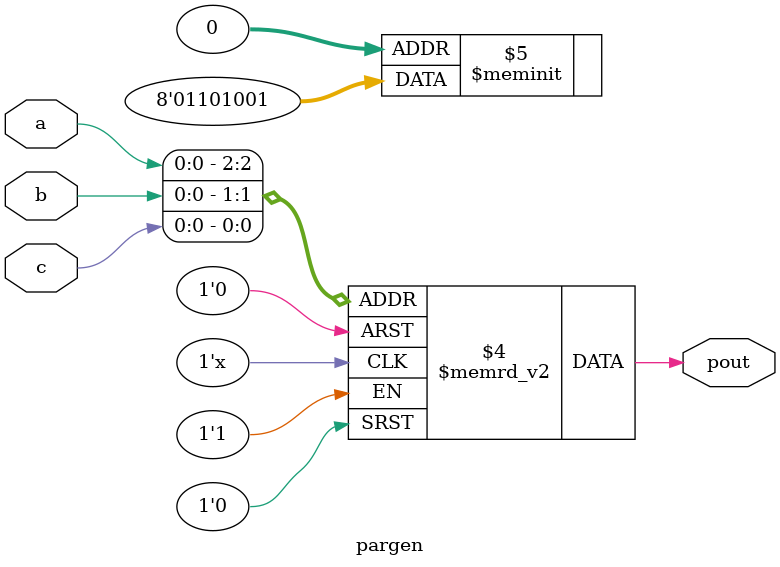
<source format=v>

module pargen (a, b, c, pout);
   input a, b, c;
   output pout;
   reg 	  pout;

   always @ (a,b,c)
     begin
	case ({a,b,c})
	  3'b000: pout = 1'b1;
	  3'b001: pout = 1'b0;
	  3'b010: pout = 1'b0;
	  3'b011: pout = 1'b1;
	  3'b100: pout = 1'b0;
	  3'b101: pout = 1'b1;
	  3'b110: pout = 1'b1;
	  3'b111: pout = 1'b0;
	  default: pout = 1'bx;
	endcase
     end
endmodule // pargen



</source>
